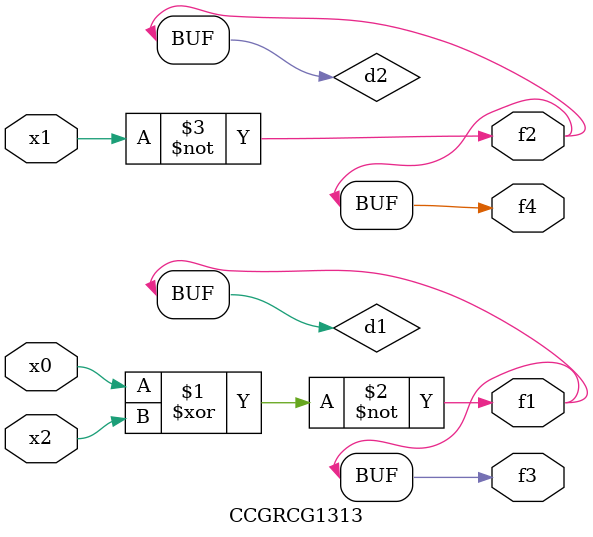
<source format=v>
module CCGRCG1313(
	input x0, x1, x2,
	output f1, f2, f3, f4
);

	wire d1, d2, d3;

	xnor (d1, x0, x2);
	nand (d2, x1);
	nor (d3, x1, x2);
	assign f1 = d1;
	assign f2 = d2;
	assign f3 = d1;
	assign f4 = d2;
endmodule

</source>
